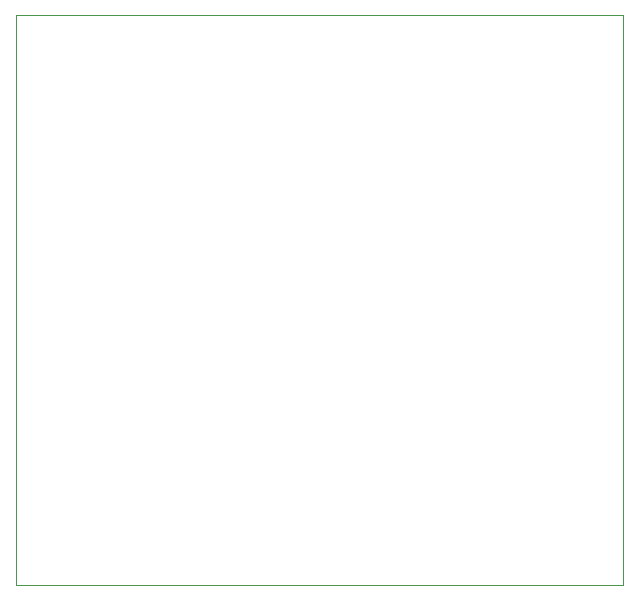
<source format=gbr>
%TF.GenerationSoftware,KiCad,Pcbnew,6.0.0*%
%TF.CreationDate,2022-01-08T11:12:03+01:00*%
%TF.ProjectId,lidar,6c696461-722e-46b6-9963-61645f706362,0.1.0*%
%TF.SameCoordinates,Original*%
%TF.FileFunction,Paste,Bot*%
%TF.FilePolarity,Positive*%
%FSLAX46Y46*%
G04 Gerber Fmt 4.6, Leading zero omitted, Abs format (unit mm)*
G04 Created by KiCad (PCBNEW 6.0.0) date 2022-01-08 11:12:03*
%MOMM*%
%LPD*%
G01*
G04 APERTURE LIST*
%TA.AperFunction,Profile*%
%ADD10C,0.100000*%
%TD*%
G04 APERTURE END LIST*
D10*
X49530000Y-62225000D02*
X100965000Y-62225000D01*
X100965000Y-62225000D02*
X100965000Y-110485000D01*
X100965000Y-110485000D02*
X49530000Y-110485000D01*
X49530000Y-110485000D02*
X49530000Y-62225000D01*
M02*

</source>
